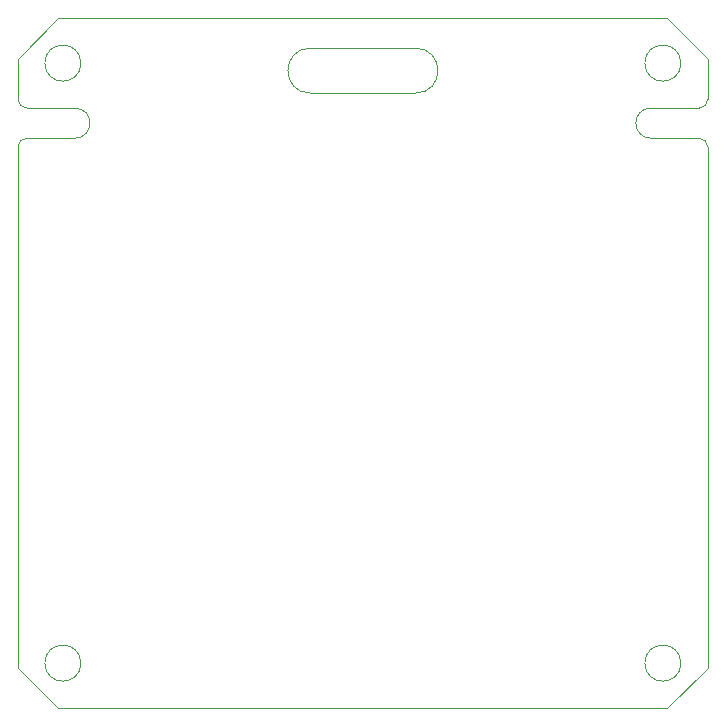
<source format=gbr>
%TF.GenerationSoftware,KiCad,Pcbnew,7.0.5-7.0.5~ubuntu22.04.1*%
%TF.CreationDate,2023-06-19T14:09:02+05:30*%
%TF.ProjectId,BagTag,42616754-6167-42e6-9b69-6361645f7063,v3*%
%TF.SameCoordinates,Original*%
%TF.FileFunction,Profile,NP*%
%FSLAX46Y46*%
G04 Gerber Fmt 4.6, Leading zero omitted, Abs format (unit mm)*
G04 Created by KiCad (PCBNEW 7.0.5-7.0.5~ubuntu22.04.1) date 2023-06-19 14:09:02*
%MOMM*%
%LPD*%
G01*
G04 APERTURE LIST*
%TA.AperFunction,Profile*%
%ADD10C,0.100000*%
%TD*%
G04 APERTURE END LIST*
D10*
X84455000Y-57150000D02*
X75565000Y-57150000D01*
X109220000Y-61722000D02*
G75*
G03*
X108458000Y-60960000I-762000J0D01*
G01*
X106934000Y-54610000D02*
G75*
G03*
X106934000Y-54610000I-1524000J0D01*
G01*
X108458000Y-58420000D02*
X104394000Y-58419999D01*
X50800000Y-54229000D02*
X54229000Y-50800000D01*
X54229000Y-50800000D02*
X105791000Y-50800000D01*
X109220000Y-54229000D02*
X105791000Y-50800000D01*
X105791000Y-109220000D02*
X109220000Y-105791000D01*
X75565000Y-53340000D02*
G75*
G03*
X75565000Y-57150000I0J-1905000D01*
G01*
X56134000Y-105410000D02*
G75*
G03*
X56134000Y-105410000I-1524000J0D01*
G01*
X105791000Y-109220000D02*
X54229000Y-109220000D01*
X51562000Y-60960000D02*
G75*
G03*
X50800000Y-61722000I0J-762000D01*
G01*
X50800000Y-105791000D02*
X54229000Y-109220000D01*
X50800000Y-57658000D02*
G75*
G03*
X51562000Y-58420000I762000J0D01*
G01*
X109220000Y-54229000D02*
X109220000Y-57658000D01*
X109220000Y-61722000D02*
X109220000Y-105791000D01*
X55626000Y-58420000D02*
X51562000Y-58420000D01*
X55626000Y-60960000D02*
G75*
G03*
X55626000Y-58420000I0J1270000D01*
G01*
X106934000Y-105410000D02*
G75*
G03*
X106934000Y-105410000I-1524000J0D01*
G01*
X56134000Y-54610000D02*
G75*
G03*
X56134000Y-54610000I-1524000J0D01*
G01*
X51562000Y-60960000D02*
X55626000Y-60960000D01*
X84455000Y-57150000D02*
G75*
G03*
X84455000Y-53340000I0J1905000D01*
G01*
X104394000Y-58419999D02*
G75*
G03*
X104394000Y-60960001I0J-1270001D01*
G01*
X75565000Y-53340000D02*
X84455000Y-53340000D01*
X104394000Y-60960000D02*
X108458000Y-60960000D01*
X50800000Y-54229000D02*
X50800000Y-57658000D01*
X50800000Y-105791000D02*
X50800000Y-61722000D01*
X108458000Y-58420000D02*
G75*
G03*
X109220000Y-57658000I0J762000D01*
G01*
M02*

</source>
